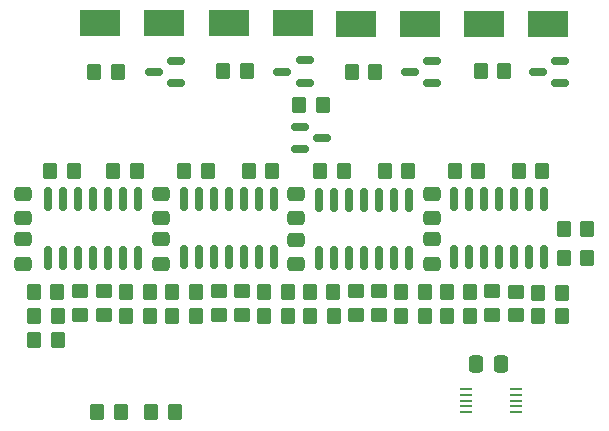
<source format=gbr>
%TF.GenerationSoftware,KiCad,Pcbnew,6.0.8+dfsg-1~bpo11+1*%
%TF.CreationDate,2022-10-31T17:33:22+01:00*%
%TF.ProjectId,rib4inAd_00,72696234-696e-4416-945f-30302e6b6963,rev?*%
%TF.SameCoordinates,Original*%
%TF.FileFunction,Paste,Top*%
%TF.FilePolarity,Positive*%
%FSLAX46Y46*%
G04 Gerber Fmt 4.6, Leading zero omitted, Abs format (unit mm)*
G04 Created by KiCad (PCBNEW 6.0.8+dfsg-1~bpo11+1) date 2022-10-31 17:33:22*
%MOMM*%
%LPD*%
G01*
G04 APERTURE LIST*
G04 Aperture macros list*
%AMRoundRect*
0 Rectangle with rounded corners*
0 $1 Rounding radius*
0 $2 $3 $4 $5 $6 $7 $8 $9 X,Y pos of 4 corners*
0 Add a 4 corners polygon primitive as box body*
4,1,4,$2,$3,$4,$5,$6,$7,$8,$9,$2,$3,0*
0 Add four circle primitives for the rounded corners*
1,1,$1+$1,$2,$3*
1,1,$1+$1,$4,$5*
1,1,$1+$1,$6,$7*
1,1,$1+$1,$8,$9*
0 Add four rect primitives between the rounded corners*
20,1,$1+$1,$2,$3,$4,$5,0*
20,1,$1+$1,$4,$5,$6,$7,0*
20,1,$1+$1,$6,$7,$8,$9,0*
20,1,$1+$1,$8,$9,$2,$3,0*%
G04 Aperture macros list end*
%ADD10RoundRect,0.250000X-0.350000X-0.450000X0.350000X-0.450000X0.350000X0.450000X-0.350000X0.450000X0*%
%ADD11RoundRect,0.150000X0.587500X0.150000X-0.587500X0.150000X-0.587500X-0.150000X0.587500X-0.150000X0*%
%ADD12RoundRect,0.250000X0.475000X-0.337500X0.475000X0.337500X-0.475000X0.337500X-0.475000X-0.337500X0*%
%ADD13RoundRect,0.250000X0.350000X0.450000X-0.350000X0.450000X-0.350000X-0.450000X0.350000X-0.450000X0*%
%ADD14RoundRect,0.250000X-0.450000X0.350000X-0.450000X-0.350000X0.450000X-0.350000X0.450000X0.350000X0*%
%ADD15R,3.500000X2.300000*%
%ADD16RoundRect,0.150000X-0.150000X0.825000X-0.150000X-0.825000X0.150000X-0.825000X0.150000X0.825000X0*%
%ADD17RoundRect,0.150000X-0.587500X-0.150000X0.587500X-0.150000X0.587500X0.150000X-0.587500X0.150000X0*%
%ADD18R,1.100000X0.250000*%
%ADD19RoundRect,0.250000X-0.337500X-0.475000X0.337500X-0.475000X0.337500X0.475000X-0.337500X0.475000X0*%
G04 APERTURE END LIST*
D10*
%TO.C,R22*%
X138380000Y-107820000D03*
X140380000Y-107820000D03*
%TD*%
%TO.C,R17*%
X130550000Y-109870000D03*
X132550000Y-109870000D03*
%TD*%
D11*
%TO.C,D4*%
X153467500Y-90090000D03*
X153467500Y-88190000D03*
X151592500Y-89140000D03*
%TD*%
D12*
%TO.C,C6*%
X152770000Y-105435000D03*
X152770000Y-103360000D03*
%TD*%
D10*
%TO.C,R1*%
X135670000Y-89190000D03*
X137670000Y-89190000D03*
%TD*%
%TO.C,R44*%
X165510000Y-109840000D03*
X167510000Y-109840000D03*
%TD*%
D12*
%TO.C,C4*%
X141300000Y-105430000D03*
X141300000Y-103355000D03*
%TD*%
D10*
%TO.C,R6*%
X146580000Y-89120000D03*
X148580000Y-89120000D03*
%TD*%
D11*
%TO.C,D2*%
X142557500Y-90140000D03*
X142557500Y-88240000D03*
X140682500Y-89190000D03*
%TD*%
D13*
%TO.C,R16*%
X140380000Y-109810000D03*
X138380000Y-109810000D03*
%TD*%
D10*
%TO.C,R10*%
X153010000Y-91950000D03*
X155010000Y-91950000D03*
%TD*%
D13*
%TO.C,R5*%
X145280000Y-97540000D03*
X143280000Y-97540000D03*
%TD*%
D10*
%TO.C,R29*%
X160250000Y-97550000D03*
X162250000Y-97550000D03*
%TD*%
D13*
%TO.C,R12*%
X137920000Y-117960000D03*
X135920000Y-117960000D03*
%TD*%
D14*
%TO.C,R49*%
X159750000Y-107730000D03*
X159750000Y-109730000D03*
%TD*%
D10*
%TO.C,R19*%
X142230000Y-109810000D03*
X144230000Y-109810000D03*
%TD*%
D12*
%TO.C,C3*%
X141280000Y-101545000D03*
X141280000Y-99470000D03*
%TD*%
D10*
%TO.C,R24*%
X168360000Y-89080000D03*
X170360000Y-89080000D03*
%TD*%
D13*
%TO.C,R46*%
X167500000Y-107820000D03*
X165500000Y-107820000D03*
%TD*%
%TO.C,R31*%
X156760000Y-97550000D03*
X154760000Y-97550000D03*
%TD*%
D15*
%TO.C,D7*%
X174080000Y-85080000D03*
X168680000Y-85080000D03*
%TD*%
D12*
%TO.C,C7*%
X164230000Y-101565000D03*
X164230000Y-99490000D03*
%TD*%
D13*
%TO.C,R45*%
X155900000Y-107830000D03*
X153900000Y-107830000D03*
%TD*%
D14*
%TO.C,R50*%
X157780000Y-107730000D03*
X157780000Y-109730000D03*
%TD*%
D10*
%TO.C,R42*%
X153920000Y-109810000D03*
X155920000Y-109810000D03*
%TD*%
D13*
%TO.C,R9*%
X142470000Y-118000000D03*
X140470000Y-118000000D03*
%TD*%
D12*
%TO.C,C1*%
X129640000Y-101570000D03*
X129640000Y-99495000D03*
%TD*%
D10*
%TO.C,R30*%
X171600000Y-97540000D03*
X173600000Y-97540000D03*
%TD*%
D13*
%TO.C,R20*%
X132540000Y-107810000D03*
X130540000Y-107810000D03*
%TD*%
D10*
%TO.C,R43*%
X173240000Y-109860000D03*
X175240000Y-109860000D03*
%TD*%
D16*
%TO.C,U1*%
X139380000Y-99935000D03*
X138110000Y-99935000D03*
X136840000Y-99935000D03*
X135570000Y-99935000D03*
X134300000Y-99935000D03*
X133030000Y-99935000D03*
X131760000Y-99935000D03*
X131760000Y-104885000D03*
X133030000Y-104885000D03*
X134300000Y-104885000D03*
X135570000Y-104885000D03*
X136840000Y-104885000D03*
X138110000Y-104885000D03*
X139380000Y-104885000D03*
%TD*%
D13*
%TO.C,R14*%
X132560000Y-111880000D03*
X130560000Y-111880000D03*
%TD*%
D15*
%TO.C,D1*%
X141570000Y-85060000D03*
X136170000Y-85060000D03*
%TD*%
D12*
%TO.C,C8*%
X164250000Y-105430000D03*
X164250000Y-103355000D03*
%TD*%
D16*
%TO.C,U6*%
X173720000Y-99925000D03*
X172450000Y-99925000D03*
X171180000Y-99925000D03*
X169910000Y-99925000D03*
X168640000Y-99925000D03*
X167370000Y-99925000D03*
X166100000Y-99925000D03*
X166100000Y-104875000D03*
X167370000Y-104875000D03*
X168640000Y-104875000D03*
X169910000Y-104875000D03*
X171180000Y-104875000D03*
X172450000Y-104875000D03*
X173720000Y-104875000D03*
%TD*%
D10*
%TO.C,R48*%
X173260000Y-107880000D03*
X175260000Y-107880000D03*
%TD*%
%TO.C,R3*%
X148740000Y-97560000D03*
X150740000Y-97560000D03*
%TD*%
D13*
%TO.C,R32*%
X168170000Y-97550000D03*
X166170000Y-97550000D03*
%TD*%
D15*
%TO.C,D5*%
X163220000Y-85070000D03*
X157820000Y-85070000D03*
%TD*%
D14*
%TO.C,R51*%
X171370000Y-107760000D03*
X171370000Y-109760000D03*
%TD*%
D16*
%TO.C,U2*%
X150840000Y-99895000D03*
X149570000Y-99895000D03*
X148300000Y-99895000D03*
X147030000Y-99895000D03*
X145760000Y-99895000D03*
X144490000Y-99895000D03*
X143220000Y-99895000D03*
X143220000Y-104845000D03*
X144490000Y-104845000D03*
X145760000Y-104845000D03*
X147030000Y-104845000D03*
X148300000Y-104845000D03*
X149570000Y-104845000D03*
X150840000Y-104845000D03*
%TD*%
D14*
%TO.C,R27*%
X148170000Y-107720000D03*
X148170000Y-109720000D03*
%TD*%
D13*
%TO.C,R4*%
X133940000Y-97560000D03*
X131940000Y-97560000D03*
%TD*%
%TO.C,R41*%
X163630000Y-109820000D03*
X161630000Y-109820000D03*
%TD*%
%TO.C,R18*%
X152060000Y-109800000D03*
X150060000Y-109800000D03*
%TD*%
D10*
%TO.C,R2*%
X137240000Y-97580000D03*
X139240000Y-97580000D03*
%TD*%
D14*
%TO.C,R28*%
X146180000Y-107720000D03*
X146180000Y-109720000D03*
%TD*%
D17*
%TO.C,U4*%
X153092500Y-93810000D03*
X153092500Y-95710000D03*
X154967500Y-94760000D03*
%TD*%
D11*
%TO.C,D6*%
X164255000Y-90130000D03*
X164255000Y-88230000D03*
X162380000Y-89180000D03*
%TD*%
D14*
%TO.C,R25*%
X136470000Y-107720000D03*
X136470000Y-109720000D03*
%TD*%
D13*
%TO.C,R21*%
X144230000Y-107810000D03*
X142230000Y-107810000D03*
%TD*%
D10*
%TO.C,R47*%
X161630000Y-107840000D03*
X163630000Y-107840000D03*
%TD*%
D18*
%TO.C,U9*%
X167090000Y-115990000D03*
X167090000Y-116490000D03*
X167090000Y-116990000D03*
X167090000Y-117490000D03*
X167090000Y-117990000D03*
X171390000Y-117990000D03*
X171390000Y-117490000D03*
X171390000Y-116990000D03*
X171390000Y-116490000D03*
X171390000Y-115990000D03*
%TD*%
D15*
%TO.C,D3*%
X152460000Y-85060000D03*
X147060000Y-85060000D03*
%TD*%
D11*
%TO.C,D8*%
X175085000Y-90120000D03*
X175085000Y-88220000D03*
X173210000Y-89170000D03*
%TD*%
D19*
%TO.C,C9*%
X168005000Y-113870000D03*
X170080000Y-113870000D03*
%TD*%
D14*
%TO.C,R52*%
X169370000Y-107750000D03*
X169370000Y-109750000D03*
%TD*%
D16*
%TO.C,U5*%
X162330000Y-99975000D03*
X161060000Y-99975000D03*
X159790000Y-99975000D03*
X158520000Y-99975000D03*
X157250000Y-99975000D03*
X155980000Y-99975000D03*
X154710000Y-99975000D03*
X154710000Y-104925000D03*
X155980000Y-104925000D03*
X157250000Y-104925000D03*
X158520000Y-104925000D03*
X159790000Y-104925000D03*
X161060000Y-104925000D03*
X162330000Y-104925000D03*
%TD*%
D10*
%TO.C,R23*%
X150050000Y-107830000D03*
X152050000Y-107830000D03*
%TD*%
D12*
%TO.C,C5*%
X152780000Y-101550000D03*
X152780000Y-99475000D03*
%TD*%
D14*
%TO.C,R26*%
X134460000Y-107720000D03*
X134460000Y-109720000D03*
%TD*%
D10*
%TO.C,R15*%
X157440000Y-89200000D03*
X159440000Y-89200000D03*
%TD*%
D12*
%TO.C,C2*%
X129630000Y-105395000D03*
X129630000Y-103320000D03*
%TD*%
D13*
%TO.C,R54*%
X177410000Y-102470000D03*
X175410000Y-102470000D03*
%TD*%
%TO.C,R53*%
X177410000Y-104960000D03*
X175410000Y-104960000D03*
%TD*%
M02*

</source>
